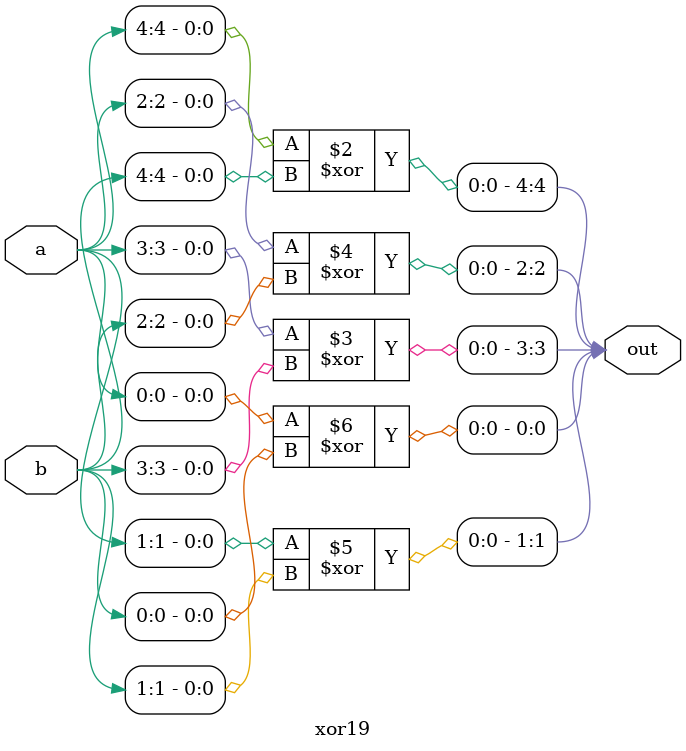
<source format=v>
module xor19 (
    input wire [4:0] a,
    input wire [4:0] b,
    output reg [4:0] out
);

always @(*) begin

    out[4] = (a[4] ^ b[4]);

    out[3] = (a[3] ^ b[3]);
    out[2] = (a[2] ^ b[2]);
    out[1] = (a[1] ^ b[1]);
    out[0] = (a[0] ^ b[0]);

end


endmodule
</source>
